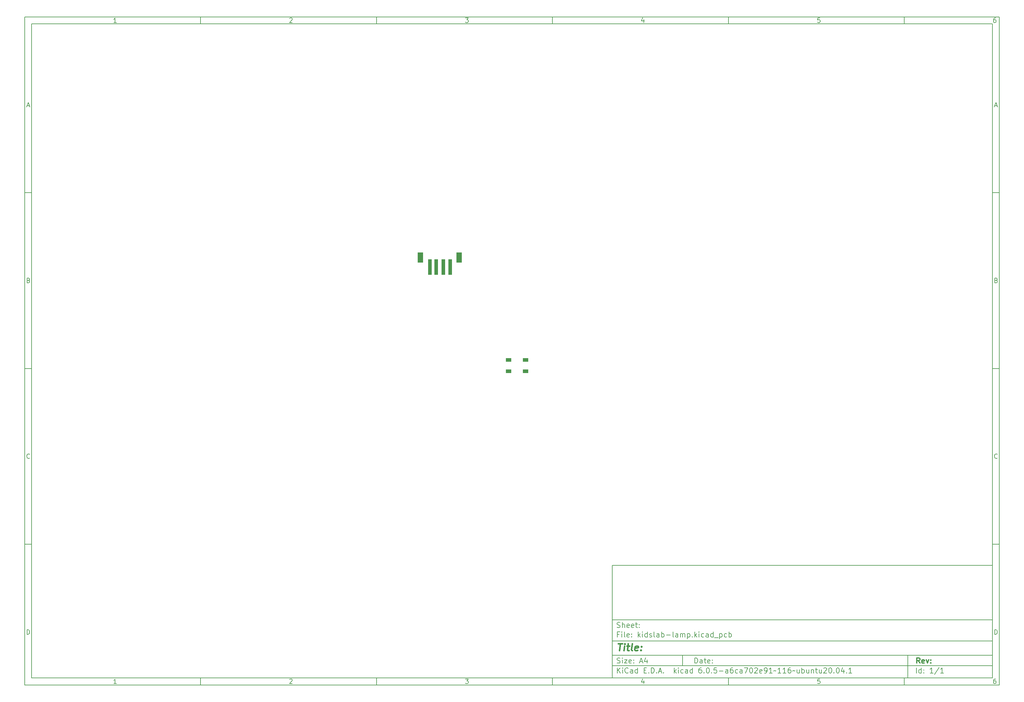
<source format=gbr>
%TF.GenerationSoftware,KiCad,Pcbnew,6.0.5-a6ca702e91~116~ubuntu20.04.1*%
%TF.CreationDate,2022-05-23T12:48:00+02:00*%
%TF.ProjectId,kidslab-lamp,6b696473-6c61-4622-9d6c-616d702e6b69,rev?*%
%TF.SameCoordinates,Original*%
%TF.FileFunction,Paste,Top*%
%TF.FilePolarity,Positive*%
%FSLAX46Y46*%
G04 Gerber Fmt 4.6, Leading zero omitted, Abs format (unit mm)*
G04 Created by KiCad (PCBNEW 6.0.5-a6ca702e91~116~ubuntu20.04.1) date 2022-05-23 12:48:00*
%MOMM*%
%LPD*%
G01*
G04 APERTURE LIST*
%ADD10C,0.100000*%
%ADD11C,0.150000*%
%ADD12C,0.300000*%
%ADD13C,0.400000*%
%ADD14R,1.600000X3.000000*%
%ADD15R,1.000000X4.500000*%
%ADD16R,1.500000X1.000000*%
G04 APERTURE END LIST*
D10*
D11*
X177002200Y-166007200D02*
X177002200Y-198007200D01*
X285002200Y-198007200D01*
X285002200Y-166007200D01*
X177002200Y-166007200D01*
D10*
D11*
X10000000Y-10000000D02*
X10000000Y-200007200D01*
X287002200Y-200007200D01*
X287002200Y-10000000D01*
X10000000Y-10000000D01*
D10*
D11*
X12000000Y-12000000D02*
X12000000Y-198007200D01*
X285002200Y-198007200D01*
X285002200Y-12000000D01*
X12000000Y-12000000D01*
D10*
D11*
X60000000Y-12000000D02*
X60000000Y-10000000D01*
D10*
D11*
X110000000Y-12000000D02*
X110000000Y-10000000D01*
D10*
D11*
X160000000Y-12000000D02*
X160000000Y-10000000D01*
D10*
D11*
X210000000Y-12000000D02*
X210000000Y-10000000D01*
D10*
D11*
X260000000Y-12000000D02*
X260000000Y-10000000D01*
D10*
D11*
X36065476Y-11588095D02*
X35322619Y-11588095D01*
X35694047Y-11588095D02*
X35694047Y-10288095D01*
X35570238Y-10473809D01*
X35446428Y-10597619D01*
X35322619Y-10659523D01*
D10*
D11*
X85322619Y-10411904D02*
X85384523Y-10350000D01*
X85508333Y-10288095D01*
X85817857Y-10288095D01*
X85941666Y-10350000D01*
X86003571Y-10411904D01*
X86065476Y-10535714D01*
X86065476Y-10659523D01*
X86003571Y-10845238D01*
X85260714Y-11588095D01*
X86065476Y-11588095D01*
D10*
D11*
X135260714Y-10288095D02*
X136065476Y-10288095D01*
X135632142Y-10783333D01*
X135817857Y-10783333D01*
X135941666Y-10845238D01*
X136003571Y-10907142D01*
X136065476Y-11030952D01*
X136065476Y-11340476D01*
X136003571Y-11464285D01*
X135941666Y-11526190D01*
X135817857Y-11588095D01*
X135446428Y-11588095D01*
X135322619Y-11526190D01*
X135260714Y-11464285D01*
D10*
D11*
X185941666Y-10721428D02*
X185941666Y-11588095D01*
X185632142Y-10226190D02*
X185322619Y-11154761D01*
X186127380Y-11154761D01*
D10*
D11*
X236003571Y-10288095D02*
X235384523Y-10288095D01*
X235322619Y-10907142D01*
X235384523Y-10845238D01*
X235508333Y-10783333D01*
X235817857Y-10783333D01*
X235941666Y-10845238D01*
X236003571Y-10907142D01*
X236065476Y-11030952D01*
X236065476Y-11340476D01*
X236003571Y-11464285D01*
X235941666Y-11526190D01*
X235817857Y-11588095D01*
X235508333Y-11588095D01*
X235384523Y-11526190D01*
X235322619Y-11464285D01*
D10*
D11*
X285941666Y-10288095D02*
X285694047Y-10288095D01*
X285570238Y-10350000D01*
X285508333Y-10411904D01*
X285384523Y-10597619D01*
X285322619Y-10845238D01*
X285322619Y-11340476D01*
X285384523Y-11464285D01*
X285446428Y-11526190D01*
X285570238Y-11588095D01*
X285817857Y-11588095D01*
X285941666Y-11526190D01*
X286003571Y-11464285D01*
X286065476Y-11340476D01*
X286065476Y-11030952D01*
X286003571Y-10907142D01*
X285941666Y-10845238D01*
X285817857Y-10783333D01*
X285570238Y-10783333D01*
X285446428Y-10845238D01*
X285384523Y-10907142D01*
X285322619Y-11030952D01*
D10*
D11*
X60000000Y-198007200D02*
X60000000Y-200007200D01*
D10*
D11*
X110000000Y-198007200D02*
X110000000Y-200007200D01*
D10*
D11*
X160000000Y-198007200D02*
X160000000Y-200007200D01*
D10*
D11*
X210000000Y-198007200D02*
X210000000Y-200007200D01*
D10*
D11*
X260000000Y-198007200D02*
X260000000Y-200007200D01*
D10*
D11*
X36065476Y-199595295D02*
X35322619Y-199595295D01*
X35694047Y-199595295D02*
X35694047Y-198295295D01*
X35570238Y-198481009D01*
X35446428Y-198604819D01*
X35322619Y-198666723D01*
D10*
D11*
X85322619Y-198419104D02*
X85384523Y-198357200D01*
X85508333Y-198295295D01*
X85817857Y-198295295D01*
X85941666Y-198357200D01*
X86003571Y-198419104D01*
X86065476Y-198542914D01*
X86065476Y-198666723D01*
X86003571Y-198852438D01*
X85260714Y-199595295D01*
X86065476Y-199595295D01*
D10*
D11*
X135260714Y-198295295D02*
X136065476Y-198295295D01*
X135632142Y-198790533D01*
X135817857Y-198790533D01*
X135941666Y-198852438D01*
X136003571Y-198914342D01*
X136065476Y-199038152D01*
X136065476Y-199347676D01*
X136003571Y-199471485D01*
X135941666Y-199533390D01*
X135817857Y-199595295D01*
X135446428Y-199595295D01*
X135322619Y-199533390D01*
X135260714Y-199471485D01*
D10*
D11*
X185941666Y-198728628D02*
X185941666Y-199595295D01*
X185632142Y-198233390D02*
X185322619Y-199161961D01*
X186127380Y-199161961D01*
D10*
D11*
X236003571Y-198295295D02*
X235384523Y-198295295D01*
X235322619Y-198914342D01*
X235384523Y-198852438D01*
X235508333Y-198790533D01*
X235817857Y-198790533D01*
X235941666Y-198852438D01*
X236003571Y-198914342D01*
X236065476Y-199038152D01*
X236065476Y-199347676D01*
X236003571Y-199471485D01*
X235941666Y-199533390D01*
X235817857Y-199595295D01*
X235508333Y-199595295D01*
X235384523Y-199533390D01*
X235322619Y-199471485D01*
D10*
D11*
X285941666Y-198295295D02*
X285694047Y-198295295D01*
X285570238Y-198357200D01*
X285508333Y-198419104D01*
X285384523Y-198604819D01*
X285322619Y-198852438D01*
X285322619Y-199347676D01*
X285384523Y-199471485D01*
X285446428Y-199533390D01*
X285570238Y-199595295D01*
X285817857Y-199595295D01*
X285941666Y-199533390D01*
X286003571Y-199471485D01*
X286065476Y-199347676D01*
X286065476Y-199038152D01*
X286003571Y-198914342D01*
X285941666Y-198852438D01*
X285817857Y-198790533D01*
X285570238Y-198790533D01*
X285446428Y-198852438D01*
X285384523Y-198914342D01*
X285322619Y-199038152D01*
D10*
D11*
X10000000Y-60000000D02*
X12000000Y-60000000D01*
D10*
D11*
X10000000Y-110000000D02*
X12000000Y-110000000D01*
D10*
D11*
X10000000Y-160000000D02*
X12000000Y-160000000D01*
D10*
D11*
X10690476Y-35216666D02*
X11309523Y-35216666D01*
X10566666Y-35588095D02*
X11000000Y-34288095D01*
X11433333Y-35588095D01*
D10*
D11*
X11092857Y-84907142D02*
X11278571Y-84969047D01*
X11340476Y-85030952D01*
X11402380Y-85154761D01*
X11402380Y-85340476D01*
X11340476Y-85464285D01*
X11278571Y-85526190D01*
X11154761Y-85588095D01*
X10659523Y-85588095D01*
X10659523Y-84288095D01*
X11092857Y-84288095D01*
X11216666Y-84350000D01*
X11278571Y-84411904D01*
X11340476Y-84535714D01*
X11340476Y-84659523D01*
X11278571Y-84783333D01*
X11216666Y-84845238D01*
X11092857Y-84907142D01*
X10659523Y-84907142D01*
D10*
D11*
X11402380Y-135464285D02*
X11340476Y-135526190D01*
X11154761Y-135588095D01*
X11030952Y-135588095D01*
X10845238Y-135526190D01*
X10721428Y-135402380D01*
X10659523Y-135278571D01*
X10597619Y-135030952D01*
X10597619Y-134845238D01*
X10659523Y-134597619D01*
X10721428Y-134473809D01*
X10845238Y-134350000D01*
X11030952Y-134288095D01*
X11154761Y-134288095D01*
X11340476Y-134350000D01*
X11402380Y-134411904D01*
D10*
D11*
X10659523Y-185588095D02*
X10659523Y-184288095D01*
X10969047Y-184288095D01*
X11154761Y-184350000D01*
X11278571Y-184473809D01*
X11340476Y-184597619D01*
X11402380Y-184845238D01*
X11402380Y-185030952D01*
X11340476Y-185278571D01*
X11278571Y-185402380D01*
X11154761Y-185526190D01*
X10969047Y-185588095D01*
X10659523Y-185588095D01*
D10*
D11*
X287002200Y-60000000D02*
X285002200Y-60000000D01*
D10*
D11*
X287002200Y-110000000D02*
X285002200Y-110000000D01*
D10*
D11*
X287002200Y-160000000D02*
X285002200Y-160000000D01*
D10*
D11*
X285692676Y-35216666D02*
X286311723Y-35216666D01*
X285568866Y-35588095D02*
X286002200Y-34288095D01*
X286435533Y-35588095D01*
D10*
D11*
X286095057Y-84907142D02*
X286280771Y-84969047D01*
X286342676Y-85030952D01*
X286404580Y-85154761D01*
X286404580Y-85340476D01*
X286342676Y-85464285D01*
X286280771Y-85526190D01*
X286156961Y-85588095D01*
X285661723Y-85588095D01*
X285661723Y-84288095D01*
X286095057Y-84288095D01*
X286218866Y-84350000D01*
X286280771Y-84411904D01*
X286342676Y-84535714D01*
X286342676Y-84659523D01*
X286280771Y-84783333D01*
X286218866Y-84845238D01*
X286095057Y-84907142D01*
X285661723Y-84907142D01*
D10*
D11*
X286404580Y-135464285D02*
X286342676Y-135526190D01*
X286156961Y-135588095D01*
X286033152Y-135588095D01*
X285847438Y-135526190D01*
X285723628Y-135402380D01*
X285661723Y-135278571D01*
X285599819Y-135030952D01*
X285599819Y-134845238D01*
X285661723Y-134597619D01*
X285723628Y-134473809D01*
X285847438Y-134350000D01*
X286033152Y-134288095D01*
X286156961Y-134288095D01*
X286342676Y-134350000D01*
X286404580Y-134411904D01*
D10*
D11*
X285661723Y-185588095D02*
X285661723Y-184288095D01*
X285971247Y-184288095D01*
X286156961Y-184350000D01*
X286280771Y-184473809D01*
X286342676Y-184597619D01*
X286404580Y-184845238D01*
X286404580Y-185030952D01*
X286342676Y-185278571D01*
X286280771Y-185402380D01*
X286156961Y-185526190D01*
X285971247Y-185588095D01*
X285661723Y-185588095D01*
D10*
D11*
X200434342Y-193785771D02*
X200434342Y-192285771D01*
X200791485Y-192285771D01*
X201005771Y-192357200D01*
X201148628Y-192500057D01*
X201220057Y-192642914D01*
X201291485Y-192928628D01*
X201291485Y-193142914D01*
X201220057Y-193428628D01*
X201148628Y-193571485D01*
X201005771Y-193714342D01*
X200791485Y-193785771D01*
X200434342Y-193785771D01*
X202577200Y-193785771D02*
X202577200Y-193000057D01*
X202505771Y-192857200D01*
X202362914Y-192785771D01*
X202077200Y-192785771D01*
X201934342Y-192857200D01*
X202577200Y-193714342D02*
X202434342Y-193785771D01*
X202077200Y-193785771D01*
X201934342Y-193714342D01*
X201862914Y-193571485D01*
X201862914Y-193428628D01*
X201934342Y-193285771D01*
X202077200Y-193214342D01*
X202434342Y-193214342D01*
X202577200Y-193142914D01*
X203077200Y-192785771D02*
X203648628Y-192785771D01*
X203291485Y-192285771D02*
X203291485Y-193571485D01*
X203362914Y-193714342D01*
X203505771Y-193785771D01*
X203648628Y-193785771D01*
X204720057Y-193714342D02*
X204577200Y-193785771D01*
X204291485Y-193785771D01*
X204148628Y-193714342D01*
X204077200Y-193571485D01*
X204077200Y-193000057D01*
X204148628Y-192857200D01*
X204291485Y-192785771D01*
X204577200Y-192785771D01*
X204720057Y-192857200D01*
X204791485Y-193000057D01*
X204791485Y-193142914D01*
X204077200Y-193285771D01*
X205434342Y-193642914D02*
X205505771Y-193714342D01*
X205434342Y-193785771D01*
X205362914Y-193714342D01*
X205434342Y-193642914D01*
X205434342Y-193785771D01*
X205434342Y-192857200D02*
X205505771Y-192928628D01*
X205434342Y-193000057D01*
X205362914Y-192928628D01*
X205434342Y-192857200D01*
X205434342Y-193000057D01*
D10*
D11*
X177002200Y-194507200D02*
X285002200Y-194507200D01*
D10*
D11*
X178434342Y-196585771D02*
X178434342Y-195085771D01*
X179291485Y-196585771D02*
X178648628Y-195728628D01*
X179291485Y-195085771D02*
X178434342Y-195942914D01*
X179934342Y-196585771D02*
X179934342Y-195585771D01*
X179934342Y-195085771D02*
X179862914Y-195157200D01*
X179934342Y-195228628D01*
X180005771Y-195157200D01*
X179934342Y-195085771D01*
X179934342Y-195228628D01*
X181505771Y-196442914D02*
X181434342Y-196514342D01*
X181220057Y-196585771D01*
X181077200Y-196585771D01*
X180862914Y-196514342D01*
X180720057Y-196371485D01*
X180648628Y-196228628D01*
X180577200Y-195942914D01*
X180577200Y-195728628D01*
X180648628Y-195442914D01*
X180720057Y-195300057D01*
X180862914Y-195157200D01*
X181077200Y-195085771D01*
X181220057Y-195085771D01*
X181434342Y-195157200D01*
X181505771Y-195228628D01*
X182791485Y-196585771D02*
X182791485Y-195800057D01*
X182720057Y-195657200D01*
X182577200Y-195585771D01*
X182291485Y-195585771D01*
X182148628Y-195657200D01*
X182791485Y-196514342D02*
X182648628Y-196585771D01*
X182291485Y-196585771D01*
X182148628Y-196514342D01*
X182077200Y-196371485D01*
X182077200Y-196228628D01*
X182148628Y-196085771D01*
X182291485Y-196014342D01*
X182648628Y-196014342D01*
X182791485Y-195942914D01*
X184148628Y-196585771D02*
X184148628Y-195085771D01*
X184148628Y-196514342D02*
X184005771Y-196585771D01*
X183720057Y-196585771D01*
X183577200Y-196514342D01*
X183505771Y-196442914D01*
X183434342Y-196300057D01*
X183434342Y-195871485D01*
X183505771Y-195728628D01*
X183577200Y-195657200D01*
X183720057Y-195585771D01*
X184005771Y-195585771D01*
X184148628Y-195657200D01*
X186005771Y-195800057D02*
X186505771Y-195800057D01*
X186720057Y-196585771D02*
X186005771Y-196585771D01*
X186005771Y-195085771D01*
X186720057Y-195085771D01*
X187362914Y-196442914D02*
X187434342Y-196514342D01*
X187362914Y-196585771D01*
X187291485Y-196514342D01*
X187362914Y-196442914D01*
X187362914Y-196585771D01*
X188077200Y-196585771D02*
X188077200Y-195085771D01*
X188434342Y-195085771D01*
X188648628Y-195157200D01*
X188791485Y-195300057D01*
X188862914Y-195442914D01*
X188934342Y-195728628D01*
X188934342Y-195942914D01*
X188862914Y-196228628D01*
X188791485Y-196371485D01*
X188648628Y-196514342D01*
X188434342Y-196585771D01*
X188077200Y-196585771D01*
X189577200Y-196442914D02*
X189648628Y-196514342D01*
X189577200Y-196585771D01*
X189505771Y-196514342D01*
X189577200Y-196442914D01*
X189577200Y-196585771D01*
X190220057Y-196157200D02*
X190934342Y-196157200D01*
X190077200Y-196585771D02*
X190577200Y-195085771D01*
X191077200Y-196585771D01*
X191577200Y-196442914D02*
X191648628Y-196514342D01*
X191577200Y-196585771D01*
X191505771Y-196514342D01*
X191577200Y-196442914D01*
X191577200Y-196585771D01*
X194577200Y-196585771D02*
X194577200Y-195085771D01*
X194720057Y-196014342D02*
X195148628Y-196585771D01*
X195148628Y-195585771D02*
X194577200Y-196157200D01*
X195791485Y-196585771D02*
X195791485Y-195585771D01*
X195791485Y-195085771D02*
X195720057Y-195157200D01*
X195791485Y-195228628D01*
X195862914Y-195157200D01*
X195791485Y-195085771D01*
X195791485Y-195228628D01*
X197148628Y-196514342D02*
X197005771Y-196585771D01*
X196720057Y-196585771D01*
X196577200Y-196514342D01*
X196505771Y-196442914D01*
X196434342Y-196300057D01*
X196434342Y-195871485D01*
X196505771Y-195728628D01*
X196577200Y-195657200D01*
X196720057Y-195585771D01*
X197005771Y-195585771D01*
X197148628Y-195657200D01*
X198434342Y-196585771D02*
X198434342Y-195800057D01*
X198362914Y-195657200D01*
X198220057Y-195585771D01*
X197934342Y-195585771D01*
X197791485Y-195657200D01*
X198434342Y-196514342D02*
X198291485Y-196585771D01*
X197934342Y-196585771D01*
X197791485Y-196514342D01*
X197720057Y-196371485D01*
X197720057Y-196228628D01*
X197791485Y-196085771D01*
X197934342Y-196014342D01*
X198291485Y-196014342D01*
X198434342Y-195942914D01*
X199791485Y-196585771D02*
X199791485Y-195085771D01*
X199791485Y-196514342D02*
X199648628Y-196585771D01*
X199362914Y-196585771D01*
X199220057Y-196514342D01*
X199148628Y-196442914D01*
X199077200Y-196300057D01*
X199077200Y-195871485D01*
X199148628Y-195728628D01*
X199220057Y-195657200D01*
X199362914Y-195585771D01*
X199648628Y-195585771D01*
X199791485Y-195657200D01*
X202291485Y-195085771D02*
X202005771Y-195085771D01*
X201862914Y-195157200D01*
X201791485Y-195228628D01*
X201648628Y-195442914D01*
X201577200Y-195728628D01*
X201577200Y-196300057D01*
X201648628Y-196442914D01*
X201720057Y-196514342D01*
X201862914Y-196585771D01*
X202148628Y-196585771D01*
X202291485Y-196514342D01*
X202362914Y-196442914D01*
X202434342Y-196300057D01*
X202434342Y-195942914D01*
X202362914Y-195800057D01*
X202291485Y-195728628D01*
X202148628Y-195657200D01*
X201862914Y-195657200D01*
X201720057Y-195728628D01*
X201648628Y-195800057D01*
X201577200Y-195942914D01*
X203077200Y-196442914D02*
X203148628Y-196514342D01*
X203077200Y-196585771D01*
X203005771Y-196514342D01*
X203077200Y-196442914D01*
X203077200Y-196585771D01*
X204077200Y-195085771D02*
X204220057Y-195085771D01*
X204362914Y-195157200D01*
X204434342Y-195228628D01*
X204505771Y-195371485D01*
X204577200Y-195657200D01*
X204577200Y-196014342D01*
X204505771Y-196300057D01*
X204434342Y-196442914D01*
X204362914Y-196514342D01*
X204220057Y-196585771D01*
X204077200Y-196585771D01*
X203934342Y-196514342D01*
X203862914Y-196442914D01*
X203791485Y-196300057D01*
X203720057Y-196014342D01*
X203720057Y-195657200D01*
X203791485Y-195371485D01*
X203862914Y-195228628D01*
X203934342Y-195157200D01*
X204077200Y-195085771D01*
X205220057Y-196442914D02*
X205291485Y-196514342D01*
X205220057Y-196585771D01*
X205148628Y-196514342D01*
X205220057Y-196442914D01*
X205220057Y-196585771D01*
X206648628Y-195085771D02*
X205934342Y-195085771D01*
X205862914Y-195800057D01*
X205934342Y-195728628D01*
X206077200Y-195657200D01*
X206434342Y-195657200D01*
X206577200Y-195728628D01*
X206648628Y-195800057D01*
X206720057Y-195942914D01*
X206720057Y-196300057D01*
X206648628Y-196442914D01*
X206577200Y-196514342D01*
X206434342Y-196585771D01*
X206077200Y-196585771D01*
X205934342Y-196514342D01*
X205862914Y-196442914D01*
X207362914Y-196014342D02*
X208505771Y-196014342D01*
X209862914Y-196585771D02*
X209862914Y-195800057D01*
X209791485Y-195657200D01*
X209648628Y-195585771D01*
X209362914Y-195585771D01*
X209220057Y-195657200D01*
X209862914Y-196514342D02*
X209720057Y-196585771D01*
X209362914Y-196585771D01*
X209220057Y-196514342D01*
X209148628Y-196371485D01*
X209148628Y-196228628D01*
X209220057Y-196085771D01*
X209362914Y-196014342D01*
X209720057Y-196014342D01*
X209862914Y-195942914D01*
X211220057Y-195085771D02*
X210934342Y-195085771D01*
X210791485Y-195157200D01*
X210720057Y-195228628D01*
X210577200Y-195442914D01*
X210505771Y-195728628D01*
X210505771Y-196300057D01*
X210577200Y-196442914D01*
X210648628Y-196514342D01*
X210791485Y-196585771D01*
X211077200Y-196585771D01*
X211220057Y-196514342D01*
X211291485Y-196442914D01*
X211362914Y-196300057D01*
X211362914Y-195942914D01*
X211291485Y-195800057D01*
X211220057Y-195728628D01*
X211077200Y-195657200D01*
X210791485Y-195657200D01*
X210648628Y-195728628D01*
X210577200Y-195800057D01*
X210505771Y-195942914D01*
X212648628Y-196514342D02*
X212505771Y-196585771D01*
X212220057Y-196585771D01*
X212077200Y-196514342D01*
X212005771Y-196442914D01*
X211934342Y-196300057D01*
X211934342Y-195871485D01*
X212005771Y-195728628D01*
X212077200Y-195657200D01*
X212220057Y-195585771D01*
X212505771Y-195585771D01*
X212648628Y-195657200D01*
X213934342Y-196585771D02*
X213934342Y-195800057D01*
X213862914Y-195657200D01*
X213720057Y-195585771D01*
X213434342Y-195585771D01*
X213291485Y-195657200D01*
X213934342Y-196514342D02*
X213791485Y-196585771D01*
X213434342Y-196585771D01*
X213291485Y-196514342D01*
X213220057Y-196371485D01*
X213220057Y-196228628D01*
X213291485Y-196085771D01*
X213434342Y-196014342D01*
X213791485Y-196014342D01*
X213934342Y-195942914D01*
X214505771Y-195085771D02*
X215505771Y-195085771D01*
X214862914Y-196585771D01*
X216362914Y-195085771D02*
X216505771Y-195085771D01*
X216648628Y-195157200D01*
X216720057Y-195228628D01*
X216791485Y-195371485D01*
X216862914Y-195657200D01*
X216862914Y-196014342D01*
X216791485Y-196300057D01*
X216720057Y-196442914D01*
X216648628Y-196514342D01*
X216505771Y-196585771D01*
X216362914Y-196585771D01*
X216220057Y-196514342D01*
X216148628Y-196442914D01*
X216077200Y-196300057D01*
X216005771Y-196014342D01*
X216005771Y-195657200D01*
X216077200Y-195371485D01*
X216148628Y-195228628D01*
X216220057Y-195157200D01*
X216362914Y-195085771D01*
X217434342Y-195228628D02*
X217505771Y-195157200D01*
X217648628Y-195085771D01*
X218005771Y-195085771D01*
X218148628Y-195157200D01*
X218220057Y-195228628D01*
X218291485Y-195371485D01*
X218291485Y-195514342D01*
X218220057Y-195728628D01*
X217362914Y-196585771D01*
X218291485Y-196585771D01*
X219505771Y-196514342D02*
X219362914Y-196585771D01*
X219077200Y-196585771D01*
X218934342Y-196514342D01*
X218862914Y-196371485D01*
X218862914Y-195800057D01*
X218934342Y-195657200D01*
X219077200Y-195585771D01*
X219362914Y-195585771D01*
X219505771Y-195657200D01*
X219577200Y-195800057D01*
X219577200Y-195942914D01*
X218862914Y-196085771D01*
X220291485Y-196585771D02*
X220577200Y-196585771D01*
X220720057Y-196514342D01*
X220791485Y-196442914D01*
X220934342Y-196228628D01*
X221005771Y-195942914D01*
X221005771Y-195371485D01*
X220934342Y-195228628D01*
X220862914Y-195157200D01*
X220720057Y-195085771D01*
X220434342Y-195085771D01*
X220291485Y-195157200D01*
X220220057Y-195228628D01*
X220148628Y-195371485D01*
X220148628Y-195728628D01*
X220220057Y-195871485D01*
X220291485Y-195942914D01*
X220434342Y-196014342D01*
X220720057Y-196014342D01*
X220862914Y-195942914D01*
X220934342Y-195871485D01*
X221005771Y-195728628D01*
X222434342Y-196585771D02*
X221577199Y-196585771D01*
X222005771Y-196585771D02*
X222005771Y-195085771D01*
X221862914Y-195300057D01*
X221720057Y-195442914D01*
X221577199Y-195514342D01*
X222862914Y-196014342D02*
X222934342Y-195942914D01*
X223077199Y-195871485D01*
X223362914Y-196014342D01*
X223505771Y-195942914D01*
X223577199Y-195871485D01*
X224934342Y-196585771D02*
X224077199Y-196585771D01*
X224505771Y-196585771D02*
X224505771Y-195085771D01*
X224362914Y-195300057D01*
X224220057Y-195442914D01*
X224077199Y-195514342D01*
X226362914Y-196585771D02*
X225505771Y-196585771D01*
X225934342Y-196585771D02*
X225934342Y-195085771D01*
X225791485Y-195300057D01*
X225648628Y-195442914D01*
X225505771Y-195514342D01*
X227648628Y-195085771D02*
X227362914Y-195085771D01*
X227220057Y-195157200D01*
X227148628Y-195228628D01*
X227005771Y-195442914D01*
X226934342Y-195728628D01*
X226934342Y-196300057D01*
X227005771Y-196442914D01*
X227077199Y-196514342D01*
X227220057Y-196585771D01*
X227505771Y-196585771D01*
X227648628Y-196514342D01*
X227720057Y-196442914D01*
X227791485Y-196300057D01*
X227791485Y-195942914D01*
X227720057Y-195800057D01*
X227648628Y-195728628D01*
X227505771Y-195657200D01*
X227220057Y-195657200D01*
X227077199Y-195728628D01*
X227005771Y-195800057D01*
X226934342Y-195942914D01*
X228220057Y-196014342D02*
X228291485Y-195942914D01*
X228434342Y-195871485D01*
X228720057Y-196014342D01*
X228862914Y-195942914D01*
X228934342Y-195871485D01*
X230148628Y-195585771D02*
X230148628Y-196585771D01*
X229505771Y-195585771D02*
X229505771Y-196371485D01*
X229577199Y-196514342D01*
X229720057Y-196585771D01*
X229934342Y-196585771D01*
X230077199Y-196514342D01*
X230148628Y-196442914D01*
X230862914Y-196585771D02*
X230862914Y-195085771D01*
X230862914Y-195657200D02*
X231005771Y-195585771D01*
X231291485Y-195585771D01*
X231434342Y-195657200D01*
X231505771Y-195728628D01*
X231577199Y-195871485D01*
X231577199Y-196300057D01*
X231505771Y-196442914D01*
X231434342Y-196514342D01*
X231291485Y-196585771D01*
X231005771Y-196585771D01*
X230862914Y-196514342D01*
X232862914Y-195585771D02*
X232862914Y-196585771D01*
X232220057Y-195585771D02*
X232220057Y-196371485D01*
X232291485Y-196514342D01*
X232434342Y-196585771D01*
X232648628Y-196585771D01*
X232791485Y-196514342D01*
X232862914Y-196442914D01*
X233577199Y-195585771D02*
X233577199Y-196585771D01*
X233577199Y-195728628D02*
X233648628Y-195657200D01*
X233791485Y-195585771D01*
X234005771Y-195585771D01*
X234148628Y-195657200D01*
X234220057Y-195800057D01*
X234220057Y-196585771D01*
X234720057Y-195585771D02*
X235291485Y-195585771D01*
X234934342Y-195085771D02*
X234934342Y-196371485D01*
X235005771Y-196514342D01*
X235148628Y-196585771D01*
X235291485Y-196585771D01*
X236434342Y-195585771D02*
X236434342Y-196585771D01*
X235791485Y-195585771D02*
X235791485Y-196371485D01*
X235862914Y-196514342D01*
X236005771Y-196585771D01*
X236220057Y-196585771D01*
X236362914Y-196514342D01*
X236434342Y-196442914D01*
X237077199Y-195228628D02*
X237148628Y-195157200D01*
X237291485Y-195085771D01*
X237648628Y-195085771D01*
X237791485Y-195157200D01*
X237862914Y-195228628D01*
X237934342Y-195371485D01*
X237934342Y-195514342D01*
X237862914Y-195728628D01*
X237005771Y-196585771D01*
X237934342Y-196585771D01*
X238862914Y-195085771D02*
X239005771Y-195085771D01*
X239148628Y-195157200D01*
X239220057Y-195228628D01*
X239291485Y-195371485D01*
X239362914Y-195657200D01*
X239362914Y-196014342D01*
X239291485Y-196300057D01*
X239220057Y-196442914D01*
X239148628Y-196514342D01*
X239005771Y-196585771D01*
X238862914Y-196585771D01*
X238720057Y-196514342D01*
X238648628Y-196442914D01*
X238577199Y-196300057D01*
X238505771Y-196014342D01*
X238505771Y-195657200D01*
X238577199Y-195371485D01*
X238648628Y-195228628D01*
X238720057Y-195157200D01*
X238862914Y-195085771D01*
X240005771Y-196442914D02*
X240077199Y-196514342D01*
X240005771Y-196585771D01*
X239934342Y-196514342D01*
X240005771Y-196442914D01*
X240005771Y-196585771D01*
X241005771Y-195085771D02*
X241148628Y-195085771D01*
X241291485Y-195157200D01*
X241362914Y-195228628D01*
X241434342Y-195371485D01*
X241505771Y-195657200D01*
X241505771Y-196014342D01*
X241434342Y-196300057D01*
X241362914Y-196442914D01*
X241291485Y-196514342D01*
X241148628Y-196585771D01*
X241005771Y-196585771D01*
X240862914Y-196514342D01*
X240791485Y-196442914D01*
X240720057Y-196300057D01*
X240648628Y-196014342D01*
X240648628Y-195657200D01*
X240720057Y-195371485D01*
X240791485Y-195228628D01*
X240862914Y-195157200D01*
X241005771Y-195085771D01*
X242791485Y-195585771D02*
X242791485Y-196585771D01*
X242434342Y-195014342D02*
X242077199Y-196085771D01*
X243005771Y-196085771D01*
X243577199Y-196442914D02*
X243648628Y-196514342D01*
X243577199Y-196585771D01*
X243505771Y-196514342D01*
X243577199Y-196442914D01*
X243577199Y-196585771D01*
X245077199Y-196585771D02*
X244220057Y-196585771D01*
X244648628Y-196585771D02*
X244648628Y-195085771D01*
X244505771Y-195300057D01*
X244362914Y-195442914D01*
X244220057Y-195514342D01*
D10*
D11*
X177002200Y-191507200D02*
X285002200Y-191507200D01*
D10*
D12*
X264411485Y-193785771D02*
X263911485Y-193071485D01*
X263554342Y-193785771D02*
X263554342Y-192285771D01*
X264125771Y-192285771D01*
X264268628Y-192357200D01*
X264340057Y-192428628D01*
X264411485Y-192571485D01*
X264411485Y-192785771D01*
X264340057Y-192928628D01*
X264268628Y-193000057D01*
X264125771Y-193071485D01*
X263554342Y-193071485D01*
X265625771Y-193714342D02*
X265482914Y-193785771D01*
X265197200Y-193785771D01*
X265054342Y-193714342D01*
X264982914Y-193571485D01*
X264982914Y-193000057D01*
X265054342Y-192857200D01*
X265197200Y-192785771D01*
X265482914Y-192785771D01*
X265625771Y-192857200D01*
X265697200Y-193000057D01*
X265697200Y-193142914D01*
X264982914Y-193285771D01*
X266197200Y-192785771D02*
X266554342Y-193785771D01*
X266911485Y-192785771D01*
X267482914Y-193642914D02*
X267554342Y-193714342D01*
X267482914Y-193785771D01*
X267411485Y-193714342D01*
X267482914Y-193642914D01*
X267482914Y-193785771D01*
X267482914Y-192857200D02*
X267554342Y-192928628D01*
X267482914Y-193000057D01*
X267411485Y-192928628D01*
X267482914Y-192857200D01*
X267482914Y-193000057D01*
D10*
D11*
X178362914Y-193714342D02*
X178577200Y-193785771D01*
X178934342Y-193785771D01*
X179077200Y-193714342D01*
X179148628Y-193642914D01*
X179220057Y-193500057D01*
X179220057Y-193357200D01*
X179148628Y-193214342D01*
X179077200Y-193142914D01*
X178934342Y-193071485D01*
X178648628Y-193000057D01*
X178505771Y-192928628D01*
X178434342Y-192857200D01*
X178362914Y-192714342D01*
X178362914Y-192571485D01*
X178434342Y-192428628D01*
X178505771Y-192357200D01*
X178648628Y-192285771D01*
X179005771Y-192285771D01*
X179220057Y-192357200D01*
X179862914Y-193785771D02*
X179862914Y-192785771D01*
X179862914Y-192285771D02*
X179791485Y-192357200D01*
X179862914Y-192428628D01*
X179934342Y-192357200D01*
X179862914Y-192285771D01*
X179862914Y-192428628D01*
X180434342Y-192785771D02*
X181220057Y-192785771D01*
X180434342Y-193785771D01*
X181220057Y-193785771D01*
X182362914Y-193714342D02*
X182220057Y-193785771D01*
X181934342Y-193785771D01*
X181791485Y-193714342D01*
X181720057Y-193571485D01*
X181720057Y-193000057D01*
X181791485Y-192857200D01*
X181934342Y-192785771D01*
X182220057Y-192785771D01*
X182362914Y-192857200D01*
X182434342Y-193000057D01*
X182434342Y-193142914D01*
X181720057Y-193285771D01*
X183077200Y-193642914D02*
X183148628Y-193714342D01*
X183077200Y-193785771D01*
X183005771Y-193714342D01*
X183077200Y-193642914D01*
X183077200Y-193785771D01*
X183077200Y-192857200D02*
X183148628Y-192928628D01*
X183077200Y-193000057D01*
X183005771Y-192928628D01*
X183077200Y-192857200D01*
X183077200Y-193000057D01*
X184862914Y-193357200D02*
X185577200Y-193357200D01*
X184720057Y-193785771D02*
X185220057Y-192285771D01*
X185720057Y-193785771D01*
X186862914Y-192785771D02*
X186862914Y-193785771D01*
X186505771Y-192214342D02*
X186148628Y-193285771D01*
X187077200Y-193285771D01*
D10*
D11*
X263434342Y-196585771D02*
X263434342Y-195085771D01*
X264791485Y-196585771D02*
X264791485Y-195085771D01*
X264791485Y-196514342D02*
X264648628Y-196585771D01*
X264362914Y-196585771D01*
X264220057Y-196514342D01*
X264148628Y-196442914D01*
X264077200Y-196300057D01*
X264077200Y-195871485D01*
X264148628Y-195728628D01*
X264220057Y-195657200D01*
X264362914Y-195585771D01*
X264648628Y-195585771D01*
X264791485Y-195657200D01*
X265505771Y-196442914D02*
X265577200Y-196514342D01*
X265505771Y-196585771D01*
X265434342Y-196514342D01*
X265505771Y-196442914D01*
X265505771Y-196585771D01*
X265505771Y-195657200D02*
X265577200Y-195728628D01*
X265505771Y-195800057D01*
X265434342Y-195728628D01*
X265505771Y-195657200D01*
X265505771Y-195800057D01*
X268148628Y-196585771D02*
X267291485Y-196585771D01*
X267720057Y-196585771D02*
X267720057Y-195085771D01*
X267577200Y-195300057D01*
X267434342Y-195442914D01*
X267291485Y-195514342D01*
X269862914Y-195014342D02*
X268577200Y-196942914D01*
X271148628Y-196585771D02*
X270291485Y-196585771D01*
X270720057Y-196585771D02*
X270720057Y-195085771D01*
X270577200Y-195300057D01*
X270434342Y-195442914D01*
X270291485Y-195514342D01*
D10*
D11*
X177002200Y-187507200D02*
X285002200Y-187507200D01*
D10*
D13*
X178714580Y-188211961D02*
X179857438Y-188211961D01*
X179036009Y-190211961D02*
X179286009Y-188211961D01*
X180274104Y-190211961D02*
X180440771Y-188878628D01*
X180524104Y-188211961D02*
X180416961Y-188307200D01*
X180500295Y-188402438D01*
X180607438Y-188307200D01*
X180524104Y-188211961D01*
X180500295Y-188402438D01*
X181107438Y-188878628D02*
X181869342Y-188878628D01*
X181476485Y-188211961D02*
X181262200Y-189926247D01*
X181333628Y-190116723D01*
X181512200Y-190211961D01*
X181702676Y-190211961D01*
X182655057Y-190211961D02*
X182476485Y-190116723D01*
X182405057Y-189926247D01*
X182619342Y-188211961D01*
X184190771Y-190116723D02*
X183988390Y-190211961D01*
X183607438Y-190211961D01*
X183428866Y-190116723D01*
X183357438Y-189926247D01*
X183452676Y-189164342D01*
X183571723Y-188973866D01*
X183774104Y-188878628D01*
X184155057Y-188878628D01*
X184333628Y-188973866D01*
X184405057Y-189164342D01*
X184381247Y-189354819D01*
X183405057Y-189545295D01*
X185155057Y-190021485D02*
X185238390Y-190116723D01*
X185131247Y-190211961D01*
X185047914Y-190116723D01*
X185155057Y-190021485D01*
X185131247Y-190211961D01*
X185286009Y-188973866D02*
X185369342Y-189069104D01*
X185262200Y-189164342D01*
X185178866Y-189069104D01*
X185286009Y-188973866D01*
X185262200Y-189164342D01*
D10*
D11*
X178934342Y-185600057D02*
X178434342Y-185600057D01*
X178434342Y-186385771D02*
X178434342Y-184885771D01*
X179148628Y-184885771D01*
X179720057Y-186385771D02*
X179720057Y-185385771D01*
X179720057Y-184885771D02*
X179648628Y-184957200D01*
X179720057Y-185028628D01*
X179791485Y-184957200D01*
X179720057Y-184885771D01*
X179720057Y-185028628D01*
X180648628Y-186385771D02*
X180505771Y-186314342D01*
X180434342Y-186171485D01*
X180434342Y-184885771D01*
X181791485Y-186314342D02*
X181648628Y-186385771D01*
X181362914Y-186385771D01*
X181220057Y-186314342D01*
X181148628Y-186171485D01*
X181148628Y-185600057D01*
X181220057Y-185457200D01*
X181362914Y-185385771D01*
X181648628Y-185385771D01*
X181791485Y-185457200D01*
X181862914Y-185600057D01*
X181862914Y-185742914D01*
X181148628Y-185885771D01*
X182505771Y-186242914D02*
X182577200Y-186314342D01*
X182505771Y-186385771D01*
X182434342Y-186314342D01*
X182505771Y-186242914D01*
X182505771Y-186385771D01*
X182505771Y-185457200D02*
X182577200Y-185528628D01*
X182505771Y-185600057D01*
X182434342Y-185528628D01*
X182505771Y-185457200D01*
X182505771Y-185600057D01*
X184362914Y-186385771D02*
X184362914Y-184885771D01*
X184505771Y-185814342D02*
X184934342Y-186385771D01*
X184934342Y-185385771D02*
X184362914Y-185957200D01*
X185577200Y-186385771D02*
X185577200Y-185385771D01*
X185577200Y-184885771D02*
X185505771Y-184957200D01*
X185577200Y-185028628D01*
X185648628Y-184957200D01*
X185577200Y-184885771D01*
X185577200Y-185028628D01*
X186934342Y-186385771D02*
X186934342Y-184885771D01*
X186934342Y-186314342D02*
X186791485Y-186385771D01*
X186505771Y-186385771D01*
X186362914Y-186314342D01*
X186291485Y-186242914D01*
X186220057Y-186100057D01*
X186220057Y-185671485D01*
X186291485Y-185528628D01*
X186362914Y-185457200D01*
X186505771Y-185385771D01*
X186791485Y-185385771D01*
X186934342Y-185457200D01*
X187577200Y-186314342D02*
X187720057Y-186385771D01*
X188005771Y-186385771D01*
X188148628Y-186314342D01*
X188220057Y-186171485D01*
X188220057Y-186100057D01*
X188148628Y-185957200D01*
X188005771Y-185885771D01*
X187791485Y-185885771D01*
X187648628Y-185814342D01*
X187577200Y-185671485D01*
X187577200Y-185600057D01*
X187648628Y-185457200D01*
X187791485Y-185385771D01*
X188005771Y-185385771D01*
X188148628Y-185457200D01*
X189077200Y-186385771D02*
X188934342Y-186314342D01*
X188862914Y-186171485D01*
X188862914Y-184885771D01*
X190291485Y-186385771D02*
X190291485Y-185600057D01*
X190220057Y-185457200D01*
X190077200Y-185385771D01*
X189791485Y-185385771D01*
X189648628Y-185457200D01*
X190291485Y-186314342D02*
X190148628Y-186385771D01*
X189791485Y-186385771D01*
X189648628Y-186314342D01*
X189577200Y-186171485D01*
X189577200Y-186028628D01*
X189648628Y-185885771D01*
X189791485Y-185814342D01*
X190148628Y-185814342D01*
X190291485Y-185742914D01*
X191005771Y-186385771D02*
X191005771Y-184885771D01*
X191005771Y-185457200D02*
X191148628Y-185385771D01*
X191434342Y-185385771D01*
X191577200Y-185457200D01*
X191648628Y-185528628D01*
X191720057Y-185671485D01*
X191720057Y-186100057D01*
X191648628Y-186242914D01*
X191577200Y-186314342D01*
X191434342Y-186385771D01*
X191148628Y-186385771D01*
X191005771Y-186314342D01*
X192362914Y-185814342D02*
X193505771Y-185814342D01*
X194434342Y-186385771D02*
X194291485Y-186314342D01*
X194220057Y-186171485D01*
X194220057Y-184885771D01*
X195648628Y-186385771D02*
X195648628Y-185600057D01*
X195577200Y-185457200D01*
X195434342Y-185385771D01*
X195148628Y-185385771D01*
X195005771Y-185457200D01*
X195648628Y-186314342D02*
X195505771Y-186385771D01*
X195148628Y-186385771D01*
X195005771Y-186314342D01*
X194934342Y-186171485D01*
X194934342Y-186028628D01*
X195005771Y-185885771D01*
X195148628Y-185814342D01*
X195505771Y-185814342D01*
X195648628Y-185742914D01*
X196362914Y-186385771D02*
X196362914Y-185385771D01*
X196362914Y-185528628D02*
X196434342Y-185457200D01*
X196577200Y-185385771D01*
X196791485Y-185385771D01*
X196934342Y-185457200D01*
X197005771Y-185600057D01*
X197005771Y-186385771D01*
X197005771Y-185600057D02*
X197077200Y-185457200D01*
X197220057Y-185385771D01*
X197434342Y-185385771D01*
X197577200Y-185457200D01*
X197648628Y-185600057D01*
X197648628Y-186385771D01*
X198362914Y-185385771D02*
X198362914Y-186885771D01*
X198362914Y-185457200D02*
X198505771Y-185385771D01*
X198791485Y-185385771D01*
X198934342Y-185457200D01*
X199005771Y-185528628D01*
X199077200Y-185671485D01*
X199077200Y-186100057D01*
X199005771Y-186242914D01*
X198934342Y-186314342D01*
X198791485Y-186385771D01*
X198505771Y-186385771D01*
X198362914Y-186314342D01*
X199720057Y-186242914D02*
X199791485Y-186314342D01*
X199720057Y-186385771D01*
X199648628Y-186314342D01*
X199720057Y-186242914D01*
X199720057Y-186385771D01*
X200434342Y-186385771D02*
X200434342Y-184885771D01*
X200577200Y-185814342D02*
X201005771Y-186385771D01*
X201005771Y-185385771D02*
X200434342Y-185957200D01*
X201648628Y-186385771D02*
X201648628Y-185385771D01*
X201648628Y-184885771D02*
X201577200Y-184957200D01*
X201648628Y-185028628D01*
X201720057Y-184957200D01*
X201648628Y-184885771D01*
X201648628Y-185028628D01*
X203005771Y-186314342D02*
X202862914Y-186385771D01*
X202577200Y-186385771D01*
X202434342Y-186314342D01*
X202362914Y-186242914D01*
X202291485Y-186100057D01*
X202291485Y-185671485D01*
X202362914Y-185528628D01*
X202434342Y-185457200D01*
X202577200Y-185385771D01*
X202862914Y-185385771D01*
X203005771Y-185457200D01*
X204291485Y-186385771D02*
X204291485Y-185600057D01*
X204220057Y-185457200D01*
X204077200Y-185385771D01*
X203791485Y-185385771D01*
X203648628Y-185457200D01*
X204291485Y-186314342D02*
X204148628Y-186385771D01*
X203791485Y-186385771D01*
X203648628Y-186314342D01*
X203577200Y-186171485D01*
X203577200Y-186028628D01*
X203648628Y-185885771D01*
X203791485Y-185814342D01*
X204148628Y-185814342D01*
X204291485Y-185742914D01*
X205648628Y-186385771D02*
X205648628Y-184885771D01*
X205648628Y-186314342D02*
X205505771Y-186385771D01*
X205220057Y-186385771D01*
X205077200Y-186314342D01*
X205005771Y-186242914D01*
X204934342Y-186100057D01*
X204934342Y-185671485D01*
X205005771Y-185528628D01*
X205077200Y-185457200D01*
X205220057Y-185385771D01*
X205505771Y-185385771D01*
X205648628Y-185457200D01*
X206005771Y-186528628D02*
X207148628Y-186528628D01*
X207505771Y-185385771D02*
X207505771Y-186885771D01*
X207505771Y-185457200D02*
X207648628Y-185385771D01*
X207934342Y-185385771D01*
X208077200Y-185457200D01*
X208148628Y-185528628D01*
X208220057Y-185671485D01*
X208220057Y-186100057D01*
X208148628Y-186242914D01*
X208077200Y-186314342D01*
X207934342Y-186385771D01*
X207648628Y-186385771D01*
X207505771Y-186314342D01*
X209505771Y-186314342D02*
X209362914Y-186385771D01*
X209077200Y-186385771D01*
X208934342Y-186314342D01*
X208862914Y-186242914D01*
X208791485Y-186100057D01*
X208791485Y-185671485D01*
X208862914Y-185528628D01*
X208934342Y-185457200D01*
X209077200Y-185385771D01*
X209362914Y-185385771D01*
X209505771Y-185457200D01*
X210148628Y-186385771D02*
X210148628Y-184885771D01*
X210148628Y-185457200D02*
X210291485Y-185385771D01*
X210577200Y-185385771D01*
X210720057Y-185457200D01*
X210791485Y-185528628D01*
X210862914Y-185671485D01*
X210862914Y-186100057D01*
X210791485Y-186242914D01*
X210720057Y-186314342D01*
X210577200Y-186385771D01*
X210291485Y-186385771D01*
X210148628Y-186314342D01*
D10*
D11*
X177002200Y-181507200D02*
X285002200Y-181507200D01*
D10*
D11*
X178362914Y-183614342D02*
X178577200Y-183685771D01*
X178934342Y-183685771D01*
X179077200Y-183614342D01*
X179148628Y-183542914D01*
X179220057Y-183400057D01*
X179220057Y-183257200D01*
X179148628Y-183114342D01*
X179077200Y-183042914D01*
X178934342Y-182971485D01*
X178648628Y-182900057D01*
X178505771Y-182828628D01*
X178434342Y-182757200D01*
X178362914Y-182614342D01*
X178362914Y-182471485D01*
X178434342Y-182328628D01*
X178505771Y-182257200D01*
X178648628Y-182185771D01*
X179005771Y-182185771D01*
X179220057Y-182257200D01*
X179862914Y-183685771D02*
X179862914Y-182185771D01*
X180505771Y-183685771D02*
X180505771Y-182900057D01*
X180434342Y-182757200D01*
X180291485Y-182685771D01*
X180077200Y-182685771D01*
X179934342Y-182757200D01*
X179862914Y-182828628D01*
X181791485Y-183614342D02*
X181648628Y-183685771D01*
X181362914Y-183685771D01*
X181220057Y-183614342D01*
X181148628Y-183471485D01*
X181148628Y-182900057D01*
X181220057Y-182757200D01*
X181362914Y-182685771D01*
X181648628Y-182685771D01*
X181791485Y-182757200D01*
X181862914Y-182900057D01*
X181862914Y-183042914D01*
X181148628Y-183185771D01*
X183077200Y-183614342D02*
X182934342Y-183685771D01*
X182648628Y-183685771D01*
X182505771Y-183614342D01*
X182434342Y-183471485D01*
X182434342Y-182900057D01*
X182505771Y-182757200D01*
X182648628Y-182685771D01*
X182934342Y-182685771D01*
X183077200Y-182757200D01*
X183148628Y-182900057D01*
X183148628Y-183042914D01*
X182434342Y-183185771D01*
X183577200Y-182685771D02*
X184148628Y-182685771D01*
X183791485Y-182185771D02*
X183791485Y-183471485D01*
X183862914Y-183614342D01*
X184005771Y-183685771D01*
X184148628Y-183685771D01*
X184648628Y-183542914D02*
X184720057Y-183614342D01*
X184648628Y-183685771D01*
X184577200Y-183614342D01*
X184648628Y-183542914D01*
X184648628Y-183685771D01*
X184648628Y-182757200D02*
X184720057Y-182828628D01*
X184648628Y-182900057D01*
X184577200Y-182828628D01*
X184648628Y-182757200D01*
X184648628Y-182900057D01*
D10*
D12*
D10*
D11*
D10*
D11*
D10*
D11*
D10*
D11*
D10*
D11*
X197002200Y-191507200D02*
X197002200Y-194507200D01*
D10*
D11*
X261002200Y-191507200D02*
X261002200Y-198007200D01*
D14*
%TO.C,C2*%
X122438000Y-78404000D03*
X133438000Y-78404000D03*
D15*
X130938000Y-81154000D03*
X128938000Y-81154000D03*
X126938000Y-81154000D03*
X125138000Y-81154000D03*
%TD*%
D16*
%TO.C,D12*%
X152388000Y-110754000D03*
X152388000Y-107554000D03*
X147488000Y-107554000D03*
X147488000Y-110754000D03*
%TD*%
M02*

</source>
